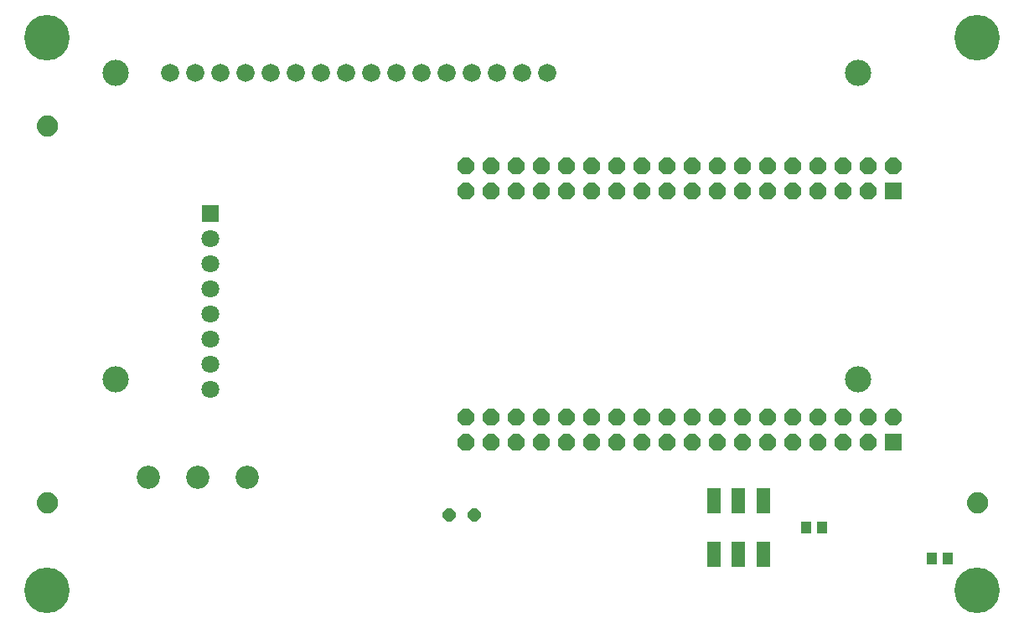
<source format=gbr>
G04 EAGLE Gerber RS-274X export*
G75*
%MOMM*%
%FSLAX34Y34*%
%LPD*%
%INSoldermask Top*%
%IPPOS*%
%AMOC8*
5,1,8,0,0,1.08239X$1,22.5*%
G01*
%ADD10C,1.828800*%
%ADD11C,2.652400*%
%ADD12C,0.609600*%
%ADD13C,1.168400*%
%ADD14P,1.396628X8X22.500000*%
%ADD15C,4.597400*%
%ADD16C,2.336800*%
%ADD17R,1.102359X1.183641*%
%ADD18R,1.352400X2.652400*%
%ADD19R,1.676400X1.676400*%
%ADD20P,1.814519X8X202.500000*%
%ADD21C,1.803400*%
%ADD22R,1.803400X1.803400*%


D10*
X162600Y561400D03*
X188000Y561400D03*
X213400Y561400D03*
X238800Y561400D03*
X264200Y561400D03*
X289600Y561400D03*
X315000Y561400D03*
X340400Y561400D03*
X365800Y561400D03*
X391200Y561400D03*
X416600Y561400D03*
X442000Y561400D03*
X467400Y561400D03*
X492800Y561400D03*
X518200Y561400D03*
X543600Y561400D03*
D11*
X107600Y251400D03*
X857600Y251400D03*
X107600Y561400D03*
X857600Y561400D03*
D12*
X970280Y127000D02*
X970282Y127187D01*
X970289Y127374D01*
X970301Y127561D01*
X970317Y127747D01*
X970337Y127933D01*
X970362Y128118D01*
X970392Y128303D01*
X970426Y128487D01*
X970465Y128670D01*
X970508Y128852D01*
X970556Y129032D01*
X970608Y129212D01*
X970665Y129390D01*
X970725Y129567D01*
X970791Y129742D01*
X970860Y129916D01*
X970934Y130088D01*
X971012Y130258D01*
X971094Y130426D01*
X971180Y130592D01*
X971270Y130756D01*
X971364Y130917D01*
X971462Y131077D01*
X971564Y131233D01*
X971670Y131388D01*
X971780Y131539D01*
X971893Y131688D01*
X972010Y131834D01*
X972130Y131977D01*
X972254Y132117D01*
X972381Y132254D01*
X972512Y132388D01*
X972646Y132519D01*
X972783Y132646D01*
X972923Y132770D01*
X973066Y132890D01*
X973212Y133007D01*
X973361Y133120D01*
X973512Y133230D01*
X973667Y133336D01*
X973823Y133438D01*
X973983Y133536D01*
X974144Y133630D01*
X974308Y133720D01*
X974474Y133806D01*
X974642Y133888D01*
X974812Y133966D01*
X974984Y134040D01*
X975158Y134109D01*
X975333Y134175D01*
X975510Y134235D01*
X975688Y134292D01*
X975868Y134344D01*
X976048Y134392D01*
X976230Y134435D01*
X976413Y134474D01*
X976597Y134508D01*
X976782Y134538D01*
X976967Y134563D01*
X977153Y134583D01*
X977339Y134599D01*
X977526Y134611D01*
X977713Y134618D01*
X977900Y134620D01*
X978087Y134618D01*
X978274Y134611D01*
X978461Y134599D01*
X978647Y134583D01*
X978833Y134563D01*
X979018Y134538D01*
X979203Y134508D01*
X979387Y134474D01*
X979570Y134435D01*
X979752Y134392D01*
X979932Y134344D01*
X980112Y134292D01*
X980290Y134235D01*
X980467Y134175D01*
X980642Y134109D01*
X980816Y134040D01*
X980988Y133966D01*
X981158Y133888D01*
X981326Y133806D01*
X981492Y133720D01*
X981656Y133630D01*
X981817Y133536D01*
X981977Y133438D01*
X982133Y133336D01*
X982288Y133230D01*
X982439Y133120D01*
X982588Y133007D01*
X982734Y132890D01*
X982877Y132770D01*
X983017Y132646D01*
X983154Y132519D01*
X983288Y132388D01*
X983419Y132254D01*
X983546Y132117D01*
X983670Y131977D01*
X983790Y131834D01*
X983907Y131688D01*
X984020Y131539D01*
X984130Y131388D01*
X984236Y131233D01*
X984338Y131077D01*
X984436Y130917D01*
X984530Y130756D01*
X984620Y130592D01*
X984706Y130426D01*
X984788Y130258D01*
X984866Y130088D01*
X984940Y129916D01*
X985009Y129742D01*
X985075Y129567D01*
X985135Y129390D01*
X985192Y129212D01*
X985244Y129032D01*
X985292Y128852D01*
X985335Y128670D01*
X985374Y128487D01*
X985408Y128303D01*
X985438Y128118D01*
X985463Y127933D01*
X985483Y127747D01*
X985499Y127561D01*
X985511Y127374D01*
X985518Y127187D01*
X985520Y127000D01*
X985518Y126813D01*
X985511Y126626D01*
X985499Y126439D01*
X985483Y126253D01*
X985463Y126067D01*
X985438Y125882D01*
X985408Y125697D01*
X985374Y125513D01*
X985335Y125330D01*
X985292Y125148D01*
X985244Y124968D01*
X985192Y124788D01*
X985135Y124610D01*
X985075Y124433D01*
X985009Y124258D01*
X984940Y124084D01*
X984866Y123912D01*
X984788Y123742D01*
X984706Y123574D01*
X984620Y123408D01*
X984530Y123244D01*
X984436Y123083D01*
X984338Y122923D01*
X984236Y122767D01*
X984130Y122612D01*
X984020Y122461D01*
X983907Y122312D01*
X983790Y122166D01*
X983670Y122023D01*
X983546Y121883D01*
X983419Y121746D01*
X983288Y121612D01*
X983154Y121481D01*
X983017Y121354D01*
X982877Y121230D01*
X982734Y121110D01*
X982588Y120993D01*
X982439Y120880D01*
X982288Y120770D01*
X982133Y120664D01*
X981977Y120562D01*
X981817Y120464D01*
X981656Y120370D01*
X981492Y120280D01*
X981326Y120194D01*
X981158Y120112D01*
X980988Y120034D01*
X980816Y119960D01*
X980642Y119891D01*
X980467Y119825D01*
X980290Y119765D01*
X980112Y119708D01*
X979932Y119656D01*
X979752Y119608D01*
X979570Y119565D01*
X979387Y119526D01*
X979203Y119492D01*
X979018Y119462D01*
X978833Y119437D01*
X978647Y119417D01*
X978461Y119401D01*
X978274Y119389D01*
X978087Y119382D01*
X977900Y119380D01*
X977713Y119382D01*
X977526Y119389D01*
X977339Y119401D01*
X977153Y119417D01*
X976967Y119437D01*
X976782Y119462D01*
X976597Y119492D01*
X976413Y119526D01*
X976230Y119565D01*
X976048Y119608D01*
X975868Y119656D01*
X975688Y119708D01*
X975510Y119765D01*
X975333Y119825D01*
X975158Y119891D01*
X974984Y119960D01*
X974812Y120034D01*
X974642Y120112D01*
X974474Y120194D01*
X974308Y120280D01*
X974144Y120370D01*
X973983Y120464D01*
X973823Y120562D01*
X973667Y120664D01*
X973512Y120770D01*
X973361Y120880D01*
X973212Y120993D01*
X973066Y121110D01*
X972923Y121230D01*
X972783Y121354D01*
X972646Y121481D01*
X972512Y121612D01*
X972381Y121746D01*
X972254Y121883D01*
X972130Y122023D01*
X972010Y122166D01*
X971893Y122312D01*
X971780Y122461D01*
X971670Y122612D01*
X971564Y122767D01*
X971462Y122923D01*
X971364Y123083D01*
X971270Y123244D01*
X971180Y123408D01*
X971094Y123574D01*
X971012Y123742D01*
X970934Y123912D01*
X970860Y124084D01*
X970791Y124258D01*
X970725Y124433D01*
X970665Y124610D01*
X970608Y124788D01*
X970556Y124968D01*
X970508Y125148D01*
X970465Y125330D01*
X970426Y125513D01*
X970392Y125697D01*
X970362Y125882D01*
X970337Y126067D01*
X970317Y126253D01*
X970301Y126439D01*
X970289Y126626D01*
X970282Y126813D01*
X970280Y127000D01*
D13*
X977900Y127000D03*
D12*
X970280Y127000D02*
X970282Y127187D01*
X970289Y127374D01*
X970301Y127561D01*
X970317Y127747D01*
X970337Y127933D01*
X970362Y128118D01*
X970392Y128303D01*
X970426Y128487D01*
X970465Y128670D01*
X970508Y128852D01*
X970556Y129032D01*
X970608Y129212D01*
X970665Y129390D01*
X970725Y129567D01*
X970791Y129742D01*
X970860Y129916D01*
X970934Y130088D01*
X971012Y130258D01*
X971094Y130426D01*
X971180Y130592D01*
X971270Y130756D01*
X971364Y130917D01*
X971462Y131077D01*
X971564Y131233D01*
X971670Y131388D01*
X971780Y131539D01*
X971893Y131688D01*
X972010Y131834D01*
X972130Y131977D01*
X972254Y132117D01*
X972381Y132254D01*
X972512Y132388D01*
X972646Y132519D01*
X972783Y132646D01*
X972923Y132770D01*
X973066Y132890D01*
X973212Y133007D01*
X973361Y133120D01*
X973512Y133230D01*
X973667Y133336D01*
X973823Y133438D01*
X973983Y133536D01*
X974144Y133630D01*
X974308Y133720D01*
X974474Y133806D01*
X974642Y133888D01*
X974812Y133966D01*
X974984Y134040D01*
X975158Y134109D01*
X975333Y134175D01*
X975510Y134235D01*
X975688Y134292D01*
X975868Y134344D01*
X976048Y134392D01*
X976230Y134435D01*
X976413Y134474D01*
X976597Y134508D01*
X976782Y134538D01*
X976967Y134563D01*
X977153Y134583D01*
X977339Y134599D01*
X977526Y134611D01*
X977713Y134618D01*
X977900Y134620D01*
X978087Y134618D01*
X978274Y134611D01*
X978461Y134599D01*
X978647Y134583D01*
X978833Y134563D01*
X979018Y134538D01*
X979203Y134508D01*
X979387Y134474D01*
X979570Y134435D01*
X979752Y134392D01*
X979932Y134344D01*
X980112Y134292D01*
X980290Y134235D01*
X980467Y134175D01*
X980642Y134109D01*
X980816Y134040D01*
X980988Y133966D01*
X981158Y133888D01*
X981326Y133806D01*
X981492Y133720D01*
X981656Y133630D01*
X981817Y133536D01*
X981977Y133438D01*
X982133Y133336D01*
X982288Y133230D01*
X982439Y133120D01*
X982588Y133007D01*
X982734Y132890D01*
X982877Y132770D01*
X983017Y132646D01*
X983154Y132519D01*
X983288Y132388D01*
X983419Y132254D01*
X983546Y132117D01*
X983670Y131977D01*
X983790Y131834D01*
X983907Y131688D01*
X984020Y131539D01*
X984130Y131388D01*
X984236Y131233D01*
X984338Y131077D01*
X984436Y130917D01*
X984530Y130756D01*
X984620Y130592D01*
X984706Y130426D01*
X984788Y130258D01*
X984866Y130088D01*
X984940Y129916D01*
X985009Y129742D01*
X985075Y129567D01*
X985135Y129390D01*
X985192Y129212D01*
X985244Y129032D01*
X985292Y128852D01*
X985335Y128670D01*
X985374Y128487D01*
X985408Y128303D01*
X985438Y128118D01*
X985463Y127933D01*
X985483Y127747D01*
X985499Y127561D01*
X985511Y127374D01*
X985518Y127187D01*
X985520Y127000D01*
X985518Y126813D01*
X985511Y126626D01*
X985499Y126439D01*
X985483Y126253D01*
X985463Y126067D01*
X985438Y125882D01*
X985408Y125697D01*
X985374Y125513D01*
X985335Y125330D01*
X985292Y125148D01*
X985244Y124968D01*
X985192Y124788D01*
X985135Y124610D01*
X985075Y124433D01*
X985009Y124258D01*
X984940Y124084D01*
X984866Y123912D01*
X984788Y123742D01*
X984706Y123574D01*
X984620Y123408D01*
X984530Y123244D01*
X984436Y123083D01*
X984338Y122923D01*
X984236Y122767D01*
X984130Y122612D01*
X984020Y122461D01*
X983907Y122312D01*
X983790Y122166D01*
X983670Y122023D01*
X983546Y121883D01*
X983419Y121746D01*
X983288Y121612D01*
X983154Y121481D01*
X983017Y121354D01*
X982877Y121230D01*
X982734Y121110D01*
X982588Y120993D01*
X982439Y120880D01*
X982288Y120770D01*
X982133Y120664D01*
X981977Y120562D01*
X981817Y120464D01*
X981656Y120370D01*
X981492Y120280D01*
X981326Y120194D01*
X981158Y120112D01*
X980988Y120034D01*
X980816Y119960D01*
X980642Y119891D01*
X980467Y119825D01*
X980290Y119765D01*
X980112Y119708D01*
X979932Y119656D01*
X979752Y119608D01*
X979570Y119565D01*
X979387Y119526D01*
X979203Y119492D01*
X979018Y119462D01*
X978833Y119437D01*
X978647Y119417D01*
X978461Y119401D01*
X978274Y119389D01*
X978087Y119382D01*
X977900Y119380D01*
X977713Y119382D01*
X977526Y119389D01*
X977339Y119401D01*
X977153Y119417D01*
X976967Y119437D01*
X976782Y119462D01*
X976597Y119492D01*
X976413Y119526D01*
X976230Y119565D01*
X976048Y119608D01*
X975868Y119656D01*
X975688Y119708D01*
X975510Y119765D01*
X975333Y119825D01*
X975158Y119891D01*
X974984Y119960D01*
X974812Y120034D01*
X974642Y120112D01*
X974474Y120194D01*
X974308Y120280D01*
X974144Y120370D01*
X973983Y120464D01*
X973823Y120562D01*
X973667Y120664D01*
X973512Y120770D01*
X973361Y120880D01*
X973212Y120993D01*
X973066Y121110D01*
X972923Y121230D01*
X972783Y121354D01*
X972646Y121481D01*
X972512Y121612D01*
X972381Y121746D01*
X972254Y121883D01*
X972130Y122023D01*
X972010Y122166D01*
X971893Y122312D01*
X971780Y122461D01*
X971670Y122612D01*
X971564Y122767D01*
X971462Y122923D01*
X971364Y123083D01*
X971270Y123244D01*
X971180Y123408D01*
X971094Y123574D01*
X971012Y123742D01*
X970934Y123912D01*
X970860Y124084D01*
X970791Y124258D01*
X970725Y124433D01*
X970665Y124610D01*
X970608Y124788D01*
X970556Y124968D01*
X970508Y125148D01*
X970465Y125330D01*
X970426Y125513D01*
X970392Y125697D01*
X970362Y125882D01*
X970337Y126067D01*
X970317Y126253D01*
X970301Y126439D01*
X970289Y126626D01*
X970282Y126813D01*
X970280Y127000D01*
D13*
X977900Y127000D03*
D12*
X30480Y127000D02*
X30482Y127187D01*
X30489Y127374D01*
X30501Y127561D01*
X30517Y127747D01*
X30537Y127933D01*
X30562Y128118D01*
X30592Y128303D01*
X30626Y128487D01*
X30665Y128670D01*
X30708Y128852D01*
X30756Y129032D01*
X30808Y129212D01*
X30865Y129390D01*
X30925Y129567D01*
X30991Y129742D01*
X31060Y129916D01*
X31134Y130088D01*
X31212Y130258D01*
X31294Y130426D01*
X31380Y130592D01*
X31470Y130756D01*
X31564Y130917D01*
X31662Y131077D01*
X31764Y131233D01*
X31870Y131388D01*
X31980Y131539D01*
X32093Y131688D01*
X32210Y131834D01*
X32330Y131977D01*
X32454Y132117D01*
X32581Y132254D01*
X32712Y132388D01*
X32846Y132519D01*
X32983Y132646D01*
X33123Y132770D01*
X33266Y132890D01*
X33412Y133007D01*
X33561Y133120D01*
X33712Y133230D01*
X33867Y133336D01*
X34023Y133438D01*
X34183Y133536D01*
X34344Y133630D01*
X34508Y133720D01*
X34674Y133806D01*
X34842Y133888D01*
X35012Y133966D01*
X35184Y134040D01*
X35358Y134109D01*
X35533Y134175D01*
X35710Y134235D01*
X35888Y134292D01*
X36068Y134344D01*
X36248Y134392D01*
X36430Y134435D01*
X36613Y134474D01*
X36797Y134508D01*
X36982Y134538D01*
X37167Y134563D01*
X37353Y134583D01*
X37539Y134599D01*
X37726Y134611D01*
X37913Y134618D01*
X38100Y134620D01*
X38287Y134618D01*
X38474Y134611D01*
X38661Y134599D01*
X38847Y134583D01*
X39033Y134563D01*
X39218Y134538D01*
X39403Y134508D01*
X39587Y134474D01*
X39770Y134435D01*
X39952Y134392D01*
X40132Y134344D01*
X40312Y134292D01*
X40490Y134235D01*
X40667Y134175D01*
X40842Y134109D01*
X41016Y134040D01*
X41188Y133966D01*
X41358Y133888D01*
X41526Y133806D01*
X41692Y133720D01*
X41856Y133630D01*
X42017Y133536D01*
X42177Y133438D01*
X42333Y133336D01*
X42488Y133230D01*
X42639Y133120D01*
X42788Y133007D01*
X42934Y132890D01*
X43077Y132770D01*
X43217Y132646D01*
X43354Y132519D01*
X43488Y132388D01*
X43619Y132254D01*
X43746Y132117D01*
X43870Y131977D01*
X43990Y131834D01*
X44107Y131688D01*
X44220Y131539D01*
X44330Y131388D01*
X44436Y131233D01*
X44538Y131077D01*
X44636Y130917D01*
X44730Y130756D01*
X44820Y130592D01*
X44906Y130426D01*
X44988Y130258D01*
X45066Y130088D01*
X45140Y129916D01*
X45209Y129742D01*
X45275Y129567D01*
X45335Y129390D01*
X45392Y129212D01*
X45444Y129032D01*
X45492Y128852D01*
X45535Y128670D01*
X45574Y128487D01*
X45608Y128303D01*
X45638Y128118D01*
X45663Y127933D01*
X45683Y127747D01*
X45699Y127561D01*
X45711Y127374D01*
X45718Y127187D01*
X45720Y127000D01*
X45718Y126813D01*
X45711Y126626D01*
X45699Y126439D01*
X45683Y126253D01*
X45663Y126067D01*
X45638Y125882D01*
X45608Y125697D01*
X45574Y125513D01*
X45535Y125330D01*
X45492Y125148D01*
X45444Y124968D01*
X45392Y124788D01*
X45335Y124610D01*
X45275Y124433D01*
X45209Y124258D01*
X45140Y124084D01*
X45066Y123912D01*
X44988Y123742D01*
X44906Y123574D01*
X44820Y123408D01*
X44730Y123244D01*
X44636Y123083D01*
X44538Y122923D01*
X44436Y122767D01*
X44330Y122612D01*
X44220Y122461D01*
X44107Y122312D01*
X43990Y122166D01*
X43870Y122023D01*
X43746Y121883D01*
X43619Y121746D01*
X43488Y121612D01*
X43354Y121481D01*
X43217Y121354D01*
X43077Y121230D01*
X42934Y121110D01*
X42788Y120993D01*
X42639Y120880D01*
X42488Y120770D01*
X42333Y120664D01*
X42177Y120562D01*
X42017Y120464D01*
X41856Y120370D01*
X41692Y120280D01*
X41526Y120194D01*
X41358Y120112D01*
X41188Y120034D01*
X41016Y119960D01*
X40842Y119891D01*
X40667Y119825D01*
X40490Y119765D01*
X40312Y119708D01*
X40132Y119656D01*
X39952Y119608D01*
X39770Y119565D01*
X39587Y119526D01*
X39403Y119492D01*
X39218Y119462D01*
X39033Y119437D01*
X38847Y119417D01*
X38661Y119401D01*
X38474Y119389D01*
X38287Y119382D01*
X38100Y119380D01*
X37913Y119382D01*
X37726Y119389D01*
X37539Y119401D01*
X37353Y119417D01*
X37167Y119437D01*
X36982Y119462D01*
X36797Y119492D01*
X36613Y119526D01*
X36430Y119565D01*
X36248Y119608D01*
X36068Y119656D01*
X35888Y119708D01*
X35710Y119765D01*
X35533Y119825D01*
X35358Y119891D01*
X35184Y119960D01*
X35012Y120034D01*
X34842Y120112D01*
X34674Y120194D01*
X34508Y120280D01*
X34344Y120370D01*
X34183Y120464D01*
X34023Y120562D01*
X33867Y120664D01*
X33712Y120770D01*
X33561Y120880D01*
X33412Y120993D01*
X33266Y121110D01*
X33123Y121230D01*
X32983Y121354D01*
X32846Y121481D01*
X32712Y121612D01*
X32581Y121746D01*
X32454Y121883D01*
X32330Y122023D01*
X32210Y122166D01*
X32093Y122312D01*
X31980Y122461D01*
X31870Y122612D01*
X31764Y122767D01*
X31662Y122923D01*
X31564Y123083D01*
X31470Y123244D01*
X31380Y123408D01*
X31294Y123574D01*
X31212Y123742D01*
X31134Y123912D01*
X31060Y124084D01*
X30991Y124258D01*
X30925Y124433D01*
X30865Y124610D01*
X30808Y124788D01*
X30756Y124968D01*
X30708Y125148D01*
X30665Y125330D01*
X30626Y125513D01*
X30592Y125697D01*
X30562Y125882D01*
X30537Y126067D01*
X30517Y126253D01*
X30501Y126439D01*
X30489Y126626D01*
X30482Y126813D01*
X30480Y127000D01*
D13*
X38100Y127000D03*
D12*
X30480Y508000D02*
X30482Y508187D01*
X30489Y508374D01*
X30501Y508561D01*
X30517Y508747D01*
X30537Y508933D01*
X30562Y509118D01*
X30592Y509303D01*
X30626Y509487D01*
X30665Y509670D01*
X30708Y509852D01*
X30756Y510032D01*
X30808Y510212D01*
X30865Y510390D01*
X30925Y510567D01*
X30991Y510742D01*
X31060Y510916D01*
X31134Y511088D01*
X31212Y511258D01*
X31294Y511426D01*
X31380Y511592D01*
X31470Y511756D01*
X31564Y511917D01*
X31662Y512077D01*
X31764Y512233D01*
X31870Y512388D01*
X31980Y512539D01*
X32093Y512688D01*
X32210Y512834D01*
X32330Y512977D01*
X32454Y513117D01*
X32581Y513254D01*
X32712Y513388D01*
X32846Y513519D01*
X32983Y513646D01*
X33123Y513770D01*
X33266Y513890D01*
X33412Y514007D01*
X33561Y514120D01*
X33712Y514230D01*
X33867Y514336D01*
X34023Y514438D01*
X34183Y514536D01*
X34344Y514630D01*
X34508Y514720D01*
X34674Y514806D01*
X34842Y514888D01*
X35012Y514966D01*
X35184Y515040D01*
X35358Y515109D01*
X35533Y515175D01*
X35710Y515235D01*
X35888Y515292D01*
X36068Y515344D01*
X36248Y515392D01*
X36430Y515435D01*
X36613Y515474D01*
X36797Y515508D01*
X36982Y515538D01*
X37167Y515563D01*
X37353Y515583D01*
X37539Y515599D01*
X37726Y515611D01*
X37913Y515618D01*
X38100Y515620D01*
X38287Y515618D01*
X38474Y515611D01*
X38661Y515599D01*
X38847Y515583D01*
X39033Y515563D01*
X39218Y515538D01*
X39403Y515508D01*
X39587Y515474D01*
X39770Y515435D01*
X39952Y515392D01*
X40132Y515344D01*
X40312Y515292D01*
X40490Y515235D01*
X40667Y515175D01*
X40842Y515109D01*
X41016Y515040D01*
X41188Y514966D01*
X41358Y514888D01*
X41526Y514806D01*
X41692Y514720D01*
X41856Y514630D01*
X42017Y514536D01*
X42177Y514438D01*
X42333Y514336D01*
X42488Y514230D01*
X42639Y514120D01*
X42788Y514007D01*
X42934Y513890D01*
X43077Y513770D01*
X43217Y513646D01*
X43354Y513519D01*
X43488Y513388D01*
X43619Y513254D01*
X43746Y513117D01*
X43870Y512977D01*
X43990Y512834D01*
X44107Y512688D01*
X44220Y512539D01*
X44330Y512388D01*
X44436Y512233D01*
X44538Y512077D01*
X44636Y511917D01*
X44730Y511756D01*
X44820Y511592D01*
X44906Y511426D01*
X44988Y511258D01*
X45066Y511088D01*
X45140Y510916D01*
X45209Y510742D01*
X45275Y510567D01*
X45335Y510390D01*
X45392Y510212D01*
X45444Y510032D01*
X45492Y509852D01*
X45535Y509670D01*
X45574Y509487D01*
X45608Y509303D01*
X45638Y509118D01*
X45663Y508933D01*
X45683Y508747D01*
X45699Y508561D01*
X45711Y508374D01*
X45718Y508187D01*
X45720Y508000D01*
X45718Y507813D01*
X45711Y507626D01*
X45699Y507439D01*
X45683Y507253D01*
X45663Y507067D01*
X45638Y506882D01*
X45608Y506697D01*
X45574Y506513D01*
X45535Y506330D01*
X45492Y506148D01*
X45444Y505968D01*
X45392Y505788D01*
X45335Y505610D01*
X45275Y505433D01*
X45209Y505258D01*
X45140Y505084D01*
X45066Y504912D01*
X44988Y504742D01*
X44906Y504574D01*
X44820Y504408D01*
X44730Y504244D01*
X44636Y504083D01*
X44538Y503923D01*
X44436Y503767D01*
X44330Y503612D01*
X44220Y503461D01*
X44107Y503312D01*
X43990Y503166D01*
X43870Y503023D01*
X43746Y502883D01*
X43619Y502746D01*
X43488Y502612D01*
X43354Y502481D01*
X43217Y502354D01*
X43077Y502230D01*
X42934Y502110D01*
X42788Y501993D01*
X42639Y501880D01*
X42488Y501770D01*
X42333Y501664D01*
X42177Y501562D01*
X42017Y501464D01*
X41856Y501370D01*
X41692Y501280D01*
X41526Y501194D01*
X41358Y501112D01*
X41188Y501034D01*
X41016Y500960D01*
X40842Y500891D01*
X40667Y500825D01*
X40490Y500765D01*
X40312Y500708D01*
X40132Y500656D01*
X39952Y500608D01*
X39770Y500565D01*
X39587Y500526D01*
X39403Y500492D01*
X39218Y500462D01*
X39033Y500437D01*
X38847Y500417D01*
X38661Y500401D01*
X38474Y500389D01*
X38287Y500382D01*
X38100Y500380D01*
X37913Y500382D01*
X37726Y500389D01*
X37539Y500401D01*
X37353Y500417D01*
X37167Y500437D01*
X36982Y500462D01*
X36797Y500492D01*
X36613Y500526D01*
X36430Y500565D01*
X36248Y500608D01*
X36068Y500656D01*
X35888Y500708D01*
X35710Y500765D01*
X35533Y500825D01*
X35358Y500891D01*
X35184Y500960D01*
X35012Y501034D01*
X34842Y501112D01*
X34674Y501194D01*
X34508Y501280D01*
X34344Y501370D01*
X34183Y501464D01*
X34023Y501562D01*
X33867Y501664D01*
X33712Y501770D01*
X33561Y501880D01*
X33412Y501993D01*
X33266Y502110D01*
X33123Y502230D01*
X32983Y502354D01*
X32846Y502481D01*
X32712Y502612D01*
X32581Y502746D01*
X32454Y502883D01*
X32330Y503023D01*
X32210Y503166D01*
X32093Y503312D01*
X31980Y503461D01*
X31870Y503612D01*
X31764Y503767D01*
X31662Y503923D01*
X31564Y504083D01*
X31470Y504244D01*
X31380Y504408D01*
X31294Y504574D01*
X31212Y504742D01*
X31134Y504912D01*
X31060Y505084D01*
X30991Y505258D01*
X30925Y505433D01*
X30865Y505610D01*
X30808Y505788D01*
X30756Y505968D01*
X30708Y506148D01*
X30665Y506330D01*
X30626Y506513D01*
X30592Y506697D01*
X30562Y506882D01*
X30537Y507067D01*
X30517Y507253D01*
X30501Y507439D01*
X30489Y507626D01*
X30482Y507813D01*
X30480Y508000D01*
D13*
X38100Y508000D03*
D12*
X30480Y127000D02*
X30482Y127187D01*
X30489Y127374D01*
X30501Y127561D01*
X30517Y127747D01*
X30537Y127933D01*
X30562Y128118D01*
X30592Y128303D01*
X30626Y128487D01*
X30665Y128670D01*
X30708Y128852D01*
X30756Y129032D01*
X30808Y129212D01*
X30865Y129390D01*
X30925Y129567D01*
X30991Y129742D01*
X31060Y129916D01*
X31134Y130088D01*
X31212Y130258D01*
X31294Y130426D01*
X31380Y130592D01*
X31470Y130756D01*
X31564Y130917D01*
X31662Y131077D01*
X31764Y131233D01*
X31870Y131388D01*
X31980Y131539D01*
X32093Y131688D01*
X32210Y131834D01*
X32330Y131977D01*
X32454Y132117D01*
X32581Y132254D01*
X32712Y132388D01*
X32846Y132519D01*
X32983Y132646D01*
X33123Y132770D01*
X33266Y132890D01*
X33412Y133007D01*
X33561Y133120D01*
X33712Y133230D01*
X33867Y133336D01*
X34023Y133438D01*
X34183Y133536D01*
X34344Y133630D01*
X34508Y133720D01*
X34674Y133806D01*
X34842Y133888D01*
X35012Y133966D01*
X35184Y134040D01*
X35358Y134109D01*
X35533Y134175D01*
X35710Y134235D01*
X35888Y134292D01*
X36068Y134344D01*
X36248Y134392D01*
X36430Y134435D01*
X36613Y134474D01*
X36797Y134508D01*
X36982Y134538D01*
X37167Y134563D01*
X37353Y134583D01*
X37539Y134599D01*
X37726Y134611D01*
X37913Y134618D01*
X38100Y134620D01*
X38287Y134618D01*
X38474Y134611D01*
X38661Y134599D01*
X38847Y134583D01*
X39033Y134563D01*
X39218Y134538D01*
X39403Y134508D01*
X39587Y134474D01*
X39770Y134435D01*
X39952Y134392D01*
X40132Y134344D01*
X40312Y134292D01*
X40490Y134235D01*
X40667Y134175D01*
X40842Y134109D01*
X41016Y134040D01*
X41188Y133966D01*
X41358Y133888D01*
X41526Y133806D01*
X41692Y133720D01*
X41856Y133630D01*
X42017Y133536D01*
X42177Y133438D01*
X42333Y133336D01*
X42488Y133230D01*
X42639Y133120D01*
X42788Y133007D01*
X42934Y132890D01*
X43077Y132770D01*
X43217Y132646D01*
X43354Y132519D01*
X43488Y132388D01*
X43619Y132254D01*
X43746Y132117D01*
X43870Y131977D01*
X43990Y131834D01*
X44107Y131688D01*
X44220Y131539D01*
X44330Y131388D01*
X44436Y131233D01*
X44538Y131077D01*
X44636Y130917D01*
X44730Y130756D01*
X44820Y130592D01*
X44906Y130426D01*
X44988Y130258D01*
X45066Y130088D01*
X45140Y129916D01*
X45209Y129742D01*
X45275Y129567D01*
X45335Y129390D01*
X45392Y129212D01*
X45444Y129032D01*
X45492Y128852D01*
X45535Y128670D01*
X45574Y128487D01*
X45608Y128303D01*
X45638Y128118D01*
X45663Y127933D01*
X45683Y127747D01*
X45699Y127561D01*
X45711Y127374D01*
X45718Y127187D01*
X45720Y127000D01*
X45718Y126813D01*
X45711Y126626D01*
X45699Y126439D01*
X45683Y126253D01*
X45663Y126067D01*
X45638Y125882D01*
X45608Y125697D01*
X45574Y125513D01*
X45535Y125330D01*
X45492Y125148D01*
X45444Y124968D01*
X45392Y124788D01*
X45335Y124610D01*
X45275Y124433D01*
X45209Y124258D01*
X45140Y124084D01*
X45066Y123912D01*
X44988Y123742D01*
X44906Y123574D01*
X44820Y123408D01*
X44730Y123244D01*
X44636Y123083D01*
X44538Y122923D01*
X44436Y122767D01*
X44330Y122612D01*
X44220Y122461D01*
X44107Y122312D01*
X43990Y122166D01*
X43870Y122023D01*
X43746Y121883D01*
X43619Y121746D01*
X43488Y121612D01*
X43354Y121481D01*
X43217Y121354D01*
X43077Y121230D01*
X42934Y121110D01*
X42788Y120993D01*
X42639Y120880D01*
X42488Y120770D01*
X42333Y120664D01*
X42177Y120562D01*
X42017Y120464D01*
X41856Y120370D01*
X41692Y120280D01*
X41526Y120194D01*
X41358Y120112D01*
X41188Y120034D01*
X41016Y119960D01*
X40842Y119891D01*
X40667Y119825D01*
X40490Y119765D01*
X40312Y119708D01*
X40132Y119656D01*
X39952Y119608D01*
X39770Y119565D01*
X39587Y119526D01*
X39403Y119492D01*
X39218Y119462D01*
X39033Y119437D01*
X38847Y119417D01*
X38661Y119401D01*
X38474Y119389D01*
X38287Y119382D01*
X38100Y119380D01*
X37913Y119382D01*
X37726Y119389D01*
X37539Y119401D01*
X37353Y119417D01*
X37167Y119437D01*
X36982Y119462D01*
X36797Y119492D01*
X36613Y119526D01*
X36430Y119565D01*
X36248Y119608D01*
X36068Y119656D01*
X35888Y119708D01*
X35710Y119765D01*
X35533Y119825D01*
X35358Y119891D01*
X35184Y119960D01*
X35012Y120034D01*
X34842Y120112D01*
X34674Y120194D01*
X34508Y120280D01*
X34344Y120370D01*
X34183Y120464D01*
X34023Y120562D01*
X33867Y120664D01*
X33712Y120770D01*
X33561Y120880D01*
X33412Y120993D01*
X33266Y121110D01*
X33123Y121230D01*
X32983Y121354D01*
X32846Y121481D01*
X32712Y121612D01*
X32581Y121746D01*
X32454Y121883D01*
X32330Y122023D01*
X32210Y122166D01*
X32093Y122312D01*
X31980Y122461D01*
X31870Y122612D01*
X31764Y122767D01*
X31662Y122923D01*
X31564Y123083D01*
X31470Y123244D01*
X31380Y123408D01*
X31294Y123574D01*
X31212Y123742D01*
X31134Y123912D01*
X31060Y124084D01*
X30991Y124258D01*
X30925Y124433D01*
X30865Y124610D01*
X30808Y124788D01*
X30756Y124968D01*
X30708Y125148D01*
X30665Y125330D01*
X30626Y125513D01*
X30592Y125697D01*
X30562Y125882D01*
X30537Y126067D01*
X30517Y126253D01*
X30501Y126439D01*
X30489Y126626D01*
X30482Y126813D01*
X30480Y127000D01*
D13*
X38100Y127000D03*
D12*
X30480Y508000D02*
X30482Y508187D01*
X30489Y508374D01*
X30501Y508561D01*
X30517Y508747D01*
X30537Y508933D01*
X30562Y509118D01*
X30592Y509303D01*
X30626Y509487D01*
X30665Y509670D01*
X30708Y509852D01*
X30756Y510032D01*
X30808Y510212D01*
X30865Y510390D01*
X30925Y510567D01*
X30991Y510742D01*
X31060Y510916D01*
X31134Y511088D01*
X31212Y511258D01*
X31294Y511426D01*
X31380Y511592D01*
X31470Y511756D01*
X31564Y511917D01*
X31662Y512077D01*
X31764Y512233D01*
X31870Y512388D01*
X31980Y512539D01*
X32093Y512688D01*
X32210Y512834D01*
X32330Y512977D01*
X32454Y513117D01*
X32581Y513254D01*
X32712Y513388D01*
X32846Y513519D01*
X32983Y513646D01*
X33123Y513770D01*
X33266Y513890D01*
X33412Y514007D01*
X33561Y514120D01*
X33712Y514230D01*
X33867Y514336D01*
X34023Y514438D01*
X34183Y514536D01*
X34344Y514630D01*
X34508Y514720D01*
X34674Y514806D01*
X34842Y514888D01*
X35012Y514966D01*
X35184Y515040D01*
X35358Y515109D01*
X35533Y515175D01*
X35710Y515235D01*
X35888Y515292D01*
X36068Y515344D01*
X36248Y515392D01*
X36430Y515435D01*
X36613Y515474D01*
X36797Y515508D01*
X36982Y515538D01*
X37167Y515563D01*
X37353Y515583D01*
X37539Y515599D01*
X37726Y515611D01*
X37913Y515618D01*
X38100Y515620D01*
X38287Y515618D01*
X38474Y515611D01*
X38661Y515599D01*
X38847Y515583D01*
X39033Y515563D01*
X39218Y515538D01*
X39403Y515508D01*
X39587Y515474D01*
X39770Y515435D01*
X39952Y515392D01*
X40132Y515344D01*
X40312Y515292D01*
X40490Y515235D01*
X40667Y515175D01*
X40842Y515109D01*
X41016Y515040D01*
X41188Y514966D01*
X41358Y514888D01*
X41526Y514806D01*
X41692Y514720D01*
X41856Y514630D01*
X42017Y514536D01*
X42177Y514438D01*
X42333Y514336D01*
X42488Y514230D01*
X42639Y514120D01*
X42788Y514007D01*
X42934Y513890D01*
X43077Y513770D01*
X43217Y513646D01*
X43354Y513519D01*
X43488Y513388D01*
X43619Y513254D01*
X43746Y513117D01*
X43870Y512977D01*
X43990Y512834D01*
X44107Y512688D01*
X44220Y512539D01*
X44330Y512388D01*
X44436Y512233D01*
X44538Y512077D01*
X44636Y511917D01*
X44730Y511756D01*
X44820Y511592D01*
X44906Y511426D01*
X44988Y511258D01*
X45066Y511088D01*
X45140Y510916D01*
X45209Y510742D01*
X45275Y510567D01*
X45335Y510390D01*
X45392Y510212D01*
X45444Y510032D01*
X45492Y509852D01*
X45535Y509670D01*
X45574Y509487D01*
X45608Y509303D01*
X45638Y509118D01*
X45663Y508933D01*
X45683Y508747D01*
X45699Y508561D01*
X45711Y508374D01*
X45718Y508187D01*
X45720Y508000D01*
X45718Y507813D01*
X45711Y507626D01*
X45699Y507439D01*
X45683Y507253D01*
X45663Y507067D01*
X45638Y506882D01*
X45608Y506697D01*
X45574Y506513D01*
X45535Y506330D01*
X45492Y506148D01*
X45444Y505968D01*
X45392Y505788D01*
X45335Y505610D01*
X45275Y505433D01*
X45209Y505258D01*
X45140Y505084D01*
X45066Y504912D01*
X44988Y504742D01*
X44906Y504574D01*
X44820Y504408D01*
X44730Y504244D01*
X44636Y504083D01*
X44538Y503923D01*
X44436Y503767D01*
X44330Y503612D01*
X44220Y503461D01*
X44107Y503312D01*
X43990Y503166D01*
X43870Y503023D01*
X43746Y502883D01*
X43619Y502746D01*
X43488Y502612D01*
X43354Y502481D01*
X43217Y502354D01*
X43077Y502230D01*
X42934Y502110D01*
X42788Y501993D01*
X42639Y501880D01*
X42488Y501770D01*
X42333Y501664D01*
X42177Y501562D01*
X42017Y501464D01*
X41856Y501370D01*
X41692Y501280D01*
X41526Y501194D01*
X41358Y501112D01*
X41188Y501034D01*
X41016Y500960D01*
X40842Y500891D01*
X40667Y500825D01*
X40490Y500765D01*
X40312Y500708D01*
X40132Y500656D01*
X39952Y500608D01*
X39770Y500565D01*
X39587Y500526D01*
X39403Y500492D01*
X39218Y500462D01*
X39033Y500437D01*
X38847Y500417D01*
X38661Y500401D01*
X38474Y500389D01*
X38287Y500382D01*
X38100Y500380D01*
X37913Y500382D01*
X37726Y500389D01*
X37539Y500401D01*
X37353Y500417D01*
X37167Y500437D01*
X36982Y500462D01*
X36797Y500492D01*
X36613Y500526D01*
X36430Y500565D01*
X36248Y500608D01*
X36068Y500656D01*
X35888Y500708D01*
X35710Y500765D01*
X35533Y500825D01*
X35358Y500891D01*
X35184Y500960D01*
X35012Y501034D01*
X34842Y501112D01*
X34674Y501194D01*
X34508Y501280D01*
X34344Y501370D01*
X34183Y501464D01*
X34023Y501562D01*
X33867Y501664D01*
X33712Y501770D01*
X33561Y501880D01*
X33412Y501993D01*
X33266Y502110D01*
X33123Y502230D01*
X32983Y502354D01*
X32846Y502481D01*
X32712Y502612D01*
X32581Y502746D01*
X32454Y502883D01*
X32330Y503023D01*
X32210Y503166D01*
X32093Y503312D01*
X31980Y503461D01*
X31870Y503612D01*
X31764Y503767D01*
X31662Y503923D01*
X31564Y504083D01*
X31470Y504244D01*
X31380Y504408D01*
X31294Y504574D01*
X31212Y504742D01*
X31134Y504912D01*
X31060Y505084D01*
X30991Y505258D01*
X30925Y505433D01*
X30865Y505610D01*
X30808Y505788D01*
X30756Y505968D01*
X30708Y506148D01*
X30665Y506330D01*
X30626Y506513D01*
X30592Y506697D01*
X30562Y506882D01*
X30537Y507067D01*
X30517Y507253D01*
X30501Y507439D01*
X30489Y507626D01*
X30482Y507813D01*
X30480Y508000D01*
D13*
X38100Y508000D03*
D14*
X444500Y114300D03*
X469900Y114300D03*
D15*
X38100Y38100D03*
X38100Y596900D03*
X977900Y596900D03*
X977900Y38100D03*
D16*
X140500Y152400D03*
X190500Y152400D03*
X240500Y152400D03*
D17*
X931799Y69850D03*
X947801Y69850D03*
X804799Y101600D03*
X820801Y101600D03*
D18*
X711600Y74100D03*
X736600Y74100D03*
X761600Y74100D03*
X711600Y129100D03*
X736600Y129100D03*
X761600Y129100D03*
D19*
X893400Y187700D03*
D20*
X893400Y213100D03*
X868000Y187700D03*
X868000Y213100D03*
X842600Y187700D03*
X842600Y213100D03*
X817200Y187700D03*
X817200Y213100D03*
X791800Y187700D03*
X791800Y213100D03*
X766400Y187700D03*
X766400Y213100D03*
X741000Y187700D03*
X741000Y213100D03*
X715600Y187700D03*
X715600Y213100D03*
X690200Y187700D03*
X690200Y213100D03*
X664800Y187700D03*
X664800Y213100D03*
X639400Y187700D03*
X639400Y213100D03*
X614000Y187700D03*
X614000Y213100D03*
X588600Y187700D03*
X588600Y213100D03*
X563200Y187700D03*
X563200Y213100D03*
X537800Y187700D03*
X537800Y213100D03*
X512400Y187700D03*
X512400Y213100D03*
X487000Y187700D03*
X487000Y213100D03*
X461600Y187700D03*
X461600Y213100D03*
D19*
X893400Y441700D03*
D20*
X893400Y467100D03*
X868000Y441700D03*
X868000Y467100D03*
X842600Y441700D03*
X842600Y467100D03*
X817200Y441700D03*
X817200Y467100D03*
X791800Y441700D03*
X791800Y467100D03*
X766400Y441700D03*
X766400Y467100D03*
X741000Y441700D03*
X741000Y467100D03*
X715600Y441700D03*
X715600Y467100D03*
X690200Y441700D03*
X690200Y467100D03*
X664800Y441700D03*
X664800Y467100D03*
X639400Y441700D03*
X639400Y467100D03*
X614000Y441700D03*
X614000Y467100D03*
X588600Y441700D03*
X588600Y467100D03*
X563200Y441700D03*
X563200Y467100D03*
X537800Y441700D03*
X537800Y467100D03*
X512400Y441700D03*
X512400Y467100D03*
X487000Y441700D03*
X487000Y467100D03*
X461600Y441700D03*
X461600Y467100D03*
D21*
X203200Y266700D03*
X203200Y241300D03*
D22*
X203200Y419100D03*
D21*
X203200Y393700D03*
X203200Y368300D03*
X203200Y317500D03*
X203200Y292100D03*
X203200Y342900D03*
M02*

</source>
